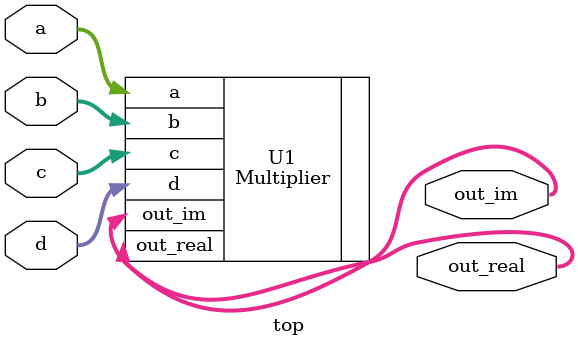
<source format=v>
module  top(a,b,c,d,out_real,out_im);    
  input  [3:0]  a,  b,  c,  d;    
  output  [8:0]  out_real;    
  output  [8:0]  out_im;    
 
  Multiplier U1(.a(a),  .b(b),  .c(c),  .d(d),  .out_real(out_real),    
                .out_im(out_im));  

endmodule 

</source>
